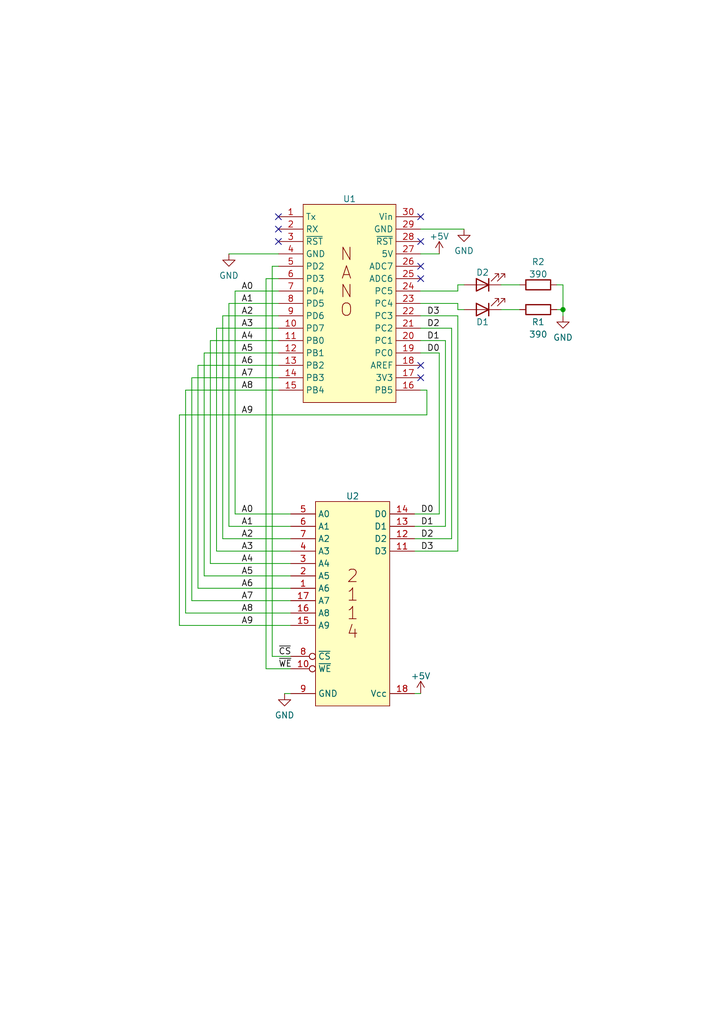
<source format=kicad_sch>
(kicad_sch (version 20211123) (generator eeschema)
  (paper "A5" portrait)
  (title_block (title "2114 SRAM TESTER") (date "2025-05-29") (rev "1") (comment 1 "by Ivo van Poorten"))
  (lib_symbols
    (symbol "Device:LED" (pin_numbers hide) (pin_names (offset 1.016) hide)
      (property "Reference" "D" (at 0 2.54 0))
      (property "Value" "LED" (at 0 -2.54 0))
      (symbol "LED_0_1"
        (polyline (pts (xy -1.27 -1.27) (xy -1.27 1.27)) (stroke (width 0.254)))
        (polyline (pts (xy -1.27 0) (xy 1.27 0)))
        (polyline (pts (xy 1.27 -1.27) (xy 1.27 1.27) (xy -1.27 0) (xy 1.27 -1.27)) (stroke (width 0.254)))
        (polyline (pts (xy -3.048 -0.762) (xy -4.572 -2.286) (xy -3.81 -2.286) (xy -4.572 -2.286) (xy -4.572 -1.524)))
        (polyline (pts (xy -1.778 -0.762) (xy -3.302 -2.286) (xy -2.54 -2.286) (xy -3.302 -2.286) (xy -3.302 -1.524)))
      )
      (symbol "LED_1_1"
        (pin passive line (at -3.81 0 0) (length 2.54) (name "K") (number "1"))
        (pin passive line (at 3.81 0 180) (length 2.54) (name "A") (number "2"))
      )
    )
    (symbol "Device:R" (pin_numbers hide) (pin_names (offset 0))
      (property "Reference" "R" (at 2.032 0 90))
      (property "Value" "R" (at 0 0 90))
      (symbol "R_0_1"
        (rectangle (start -1.016 -2.54) (end 1.016 2.54) (stroke (width 0.254)))
      )
      (symbol "R_1_1"
        (pin passive line (at 0 3.81 270) (length 1.27) (name "~") (number "1"))
        (pin passive line (at 0 -3.81 90) (length 1.27) (name "~") (number "2"))
      )
    )
    (symbol "power:+5V" (power) (pin_names (offset 0))
      (property "Value" "+5V" (at 0 3.556 0))
      (symbol "+5V_0_1"
        (polyline (pts (xy -0.762 1.27) (xy 0 2.54)))
        (polyline (pts (xy 0 0) (xy 0 2.54)))
        (polyline (pts (xy 0 2.54) (xy 0.762 1.27)))
      )
      (symbol "+5V_1_1"
        (pin power_in line (at 0 0 90) (length 0) hide (name "+5V") (number "1"))
      )
    )
    (symbol "power:GND" (power) (pin_names (offset 0))
      (property "Value" "GND" (at 0 -3.81 0))
      (symbol "GND_0_1"
        (polyline (pts (xy 0 0) (xy 0 -1.27) (xy 1.27 -1.27) (xy 0 -2.54) (xy -1.27 -1.27) (xy 0 -1.27)))
      )
      (symbol "GND_1_1"
        (pin power_in line (at 0 0 270) (length 0) hide (name "GND") (number "1"))
      )
    )
    (symbol "ramtest2114:2114"
      (property "Reference" "U" (at -2.54 3.81 0))
      (symbol "2114_0_0"
        (rectangle (start 0 0) (end 15.24 -41.91) (stroke (width 0.1524)) (fill (type background)))
        (text "1" (at 7.62 -22.86 0) (effects (font (size 2.54 2.54))))
        (text "1" (at 7.62 -19.05 0) (effects (font (size 2.54 2.54))))
        (text "2" (at 7.62 -15.24 0) (effects (font (size 2.54 2.54))))
        (text "4" (at 7.62 -26.67 0) (effects (font (size 2.54 2.54))))
      )
      (symbol "2114_1_1"
        (pin input line (at -5.08 -17.78 0) (length 5.08) (name "A6") (number "1"))
        (pin input inverted (at -5.08 -34.29 0) (length 5.08) (name "~{WE}") (number "10"))
        (pin bidirectional line (at 20.32 -10.16 180) (length 5.08) (name "D3") (number "11"))
        (pin bidirectional line (at 20.32 -7.62 180) (length 5.08) (name "D2") (number "12"))
        (pin bidirectional line (at 20.32 -5.08 180) (length 5.08) (name "D1") (number "13"))
        (pin bidirectional line (at 20.32 -2.54 180) (length 5.08) (name "D0") (number "14"))
        (pin input line (at -5.08 -25.4 0) (length 5.08) (name "A9") (number "15"))
        (pin input line (at -5.08 -22.86 0) (length 5.08) (name "A8") (number "16"))
        (pin input line (at -5.08 -20.32 0) (length 5.08) (name "A7") (number "17"))
        (pin power_in line (at 20.32 -39.37 180) (length 5.08) (name "Vcc") (number "18"))
        (pin input line (at -5.08 -15.24 0) (length 5.08) (name "A5") (number "2"))
        (pin input line (at -5.08 -12.7 0) (length 5.08) (name "A4") (number "3"))
        (pin input line (at -5.08 -10.16 0) (length 5.08) (name "A3") (number "4"))
        (pin input line (at -5.08 -2.54 0) (length 5.08) (name "A0") (number "5"))
        (pin input line (at -5.08 -5.08 0) (length 5.08) (name "A1") (number "6"))
        (pin input line (at -5.08 -7.62 0) (length 5.08) (name "A2") (number "7"))
        (pin input inverted (at -5.08 -31.75 0) (length 5.08) (name "~{CS}") (number "8"))
        (pin power_in line (at -5.08 -39.37 0) (length 5.08) (name "GND") (number "9"))
      )
    )
    (symbol "ramtest2114:Arduino_Nano"
      (property "Reference" "U" (at -8.89 5.08 0))
      (symbol "Arduino_Nano_0_0"
        (rectangle (start 0 0) (end 19.05 -40.64) (stroke (width 0.1524)) (fill (type background)))
        (text "A" (at 8.89 -13.97 0) (effects (font (size 2.54 2.54))))
        (text "N" (at 8.89 -17.78 0) (effects (font (size 2.54 2.54))))
        (text "N" (at 8.89 -10.16 0) (effects (font (size 2.54 2.54))))
        (text "O" (at 8.89 -21.59 0) (effects (font (size 2.54 2.54))))
      )
      (symbol "Arduino_Nano_1_1"
        (pin output line (at -5.08 -2.54 0) (length 5.08) (name "Tx") (number "1"))
        (pin bidirectional line (at -5.08 -25.4 0) (length 5.08) (name "PD7") (number "10"))
        (pin bidirectional line (at -5.08 -27.94 0) (length 5.08) (name "PB0") (number "11"))
        (pin bidirectional line (at -5.08 -30.48 0) (length 5.08) (name "PB1") (number "12"))
        (pin bidirectional line (at -5.08 -33.02 0) (length 5.08) (name "PB2") (number "13"))
        (pin bidirectional line (at -5.08 -35.56 0) (length 5.08) (name "PB3") (number "14"))
        (pin bidirectional line (at -5.08 -38.1 0) (length 5.08) (name "PB4") (number "15"))
        (pin bidirectional line (at 24.13 -38.1 180) (length 5.08) (name "PB5") (number "16"))
        (pin power_out line (at 24.13 -35.56 180) (length 5.08) (name "3V3") (number "17"))
        (pin input line (at 24.13 -33.02 180) (length 5.08) (name "AREF") (number "18"))
        (pin bidirectional line (at 24.13 -30.48 180) (length 5.08) (name "PC0") (number "19"))
        (pin input line (at -5.08 -5.08 0) (length 5.08) (name "RX") (number "2"))
        (pin bidirectional line (at 24.13 -27.94 180) (length 5.08) (name "PC1") (number "20"))
        (pin bidirectional line (at 24.13 -25.4 180) (length 5.08) (name "PC2") (number "21"))
        (pin bidirectional line (at 24.13 -22.86 180) (length 5.08) (name "PC3") (number "22"))
        (pin bidirectional line (at 24.13 -20.32 180) (length 5.08) (name "PC4") (number "23"))
        (pin bidirectional line (at 24.13 -17.78 180) (length 5.08) (name "PC5") (number "24"))
        (pin input line (at 24.13 -15.24 180) (length 5.08) (name "ADC6") (number "25"))
        (pin input line (at 24.13 -12.7 180) (length 5.08) (name "ADC7") (number "26"))
        (pin power_out line (at 24.13 -10.16 180) (length 5.08) (name "5V") (number "27"))
        (pin input line (at 24.13 -7.62 180) (length 5.08) (name "~{RST}") (number "28"))
        (pin power_out line (at 24.13 -5.08 180) (length 5.08) (name "GND") (number "29"))
        (pin input line (at -5.08 -7.62 0) (length 5.08) (name "~{RST}") (number "3"))
        (pin power_in line (at 24.13 -2.54 180) (length 5.08) (name "Vin") (number "30"))
        (pin power_in line (at -5.08 -10.16 0) (length 5.08) (name "GND") (number "4"))
        (pin bidirectional line (at -5.08 -12.7 0) (length 5.08) (name "PD2") (number "5"))
        (pin bidirectional line (at -5.08 -15.24 0) (length 5.08) (name "PD3") (number "6"))
        (pin bidirectional line (at -5.08 -17.78 0) (length 5.08) (name "PD4") (number "7"))
        (pin bidirectional line (at -5.08 -20.32 0) (length 5.08) (name "PD5") (number "8"))
        (pin bidirectional line (at -5.08 -22.86 0) (length 5.08) (name "PD6") (number "9"))
      )
    )
  )
  (junction (at 115.57 63.5))
  (no_connect (at 86.36 44.45))
  (no_connect (at 86.36 54.61))
  (no_connect (at 86.36 49.53))
  (no_connect (at 57.15 49.53))
  (no_connect (at 57.15 46.99))
  (no_connect (at 57.15 44.45))
  (no_connect (at 86.36 57.15))
  (no_connect (at 86.36 77.47))
  (no_connect (at 86.36 74.93))
  (wire (pts (xy 91.44 107.95) (xy 85.09 107.95)))
  (wire (pts (xy 102.87 63.5) (xy 106.68 63.5)))
  (wire (pts (xy 39.37 123.19) (xy 59.69 123.19)))
  (wire (pts (xy 41.91 72.39) (xy 57.15 72.39)))
  (wire (pts (xy 86.36 62.23) (xy 93.98 62.23)))
  (wire (pts (xy 93.98 113.03) (xy 85.09 113.03)))
  (wire (pts (xy 44.45 67.31) (xy 57.15 67.31)))
  (wire (pts (xy 55.88 54.61) (xy 55.88 134.62)))
  (wire (pts (xy 43.18 69.85) (xy 43.18 115.57)))
  (wire (pts (xy 43.18 115.57) (xy 59.69 115.57)))
  (wire (pts (xy 41.91 118.11) (xy 59.69 118.11)))
  (wire (pts (xy 90.17 72.39) (xy 90.17 105.41)))
  (wire (pts (xy 91.44 69.85) (xy 91.44 107.95)))
  (wire (pts (xy 39.37 77.47) (xy 39.37 123.19)))
  (wire (pts (xy 92.71 110.49) (xy 85.09 110.49)))
  (wire (pts (xy 40.64 74.93) (xy 57.15 74.93)))
  (wire (pts (xy 93.98 59.69) (xy 93.98 58.42)))
  (wire (pts (xy 93.98 62.23) (xy 93.98 63.5)))
  (wire (pts (xy 54.61 57.15) (xy 54.61 137.16)))
  (wire (pts (xy 86.36 72.39) (xy 90.17 72.39)))
  (wire (pts (xy 44.45 113.03) (xy 44.45 67.31)))
  (wire (pts (xy 86.36 67.31) (xy 92.71 67.31)))
  (wire (pts (xy 86.36 80.01) (xy 87.63 80.01)))
  (wire (pts (xy 87.63 80.01) (xy 87.63 85.09)))
  (wire (pts (xy 114.3 58.42) (xy 115.57 58.42)))
  (wire (pts (xy 45.72 110.49) (xy 59.69 110.49)))
  (wire (pts (xy 85.09 142.24) (xy 86.36 142.24)))
  (wire (pts (xy 43.18 69.85) (xy 57.15 69.85)))
  (wire (pts (xy 41.91 72.39) (xy 41.91 118.11)))
  (wire (pts (xy 55.88 134.62) (xy 59.69 134.62)))
  (wire (pts (xy 46.99 62.23) (xy 57.15 62.23)))
  (wire (pts (xy 93.98 63.5) (xy 95.25 63.5)))
  (wire (pts (xy 45.72 64.77) (xy 45.72 110.49)))
  (wire (pts (xy 36.83 85.09) (xy 36.83 128.27)))
  (wire (pts (xy 46.99 107.95) (xy 46.99 62.23)))
  (wire (pts (xy 114.3 63.5) (xy 115.57 63.5)))
  (wire (pts (xy 46.99 107.95) (xy 59.69 107.95)))
  (wire (pts (xy 54.61 57.15) (xy 57.15 57.15)))
  (wire (pts (xy 57.15 52.07) (xy 46.99 52.07)))
  (wire (pts (xy 93.98 58.42) (xy 95.25 58.42)))
  (wire (pts (xy 95.25 46.99) (xy 86.36 46.99)))
  (wire (pts (xy 38.1 125.73) (xy 59.69 125.73)))
  (wire (pts (xy 48.26 105.41) (xy 59.69 105.41)))
  (wire (pts (xy 45.72 64.77) (xy 57.15 64.77)))
  (wire (pts (xy 44.45 113.03) (xy 59.69 113.03)))
  (wire (pts (xy 86.36 59.69) (xy 93.98 59.69)))
  (wire (pts (xy 59.69 137.16) (xy 54.61 137.16)))
  (wire (pts (xy 57.15 54.61) (xy 55.88 54.61)))
  (wire (pts (xy 40.64 120.65) (xy 59.69 120.65)))
  (wire (pts (xy 92.71 67.31) (xy 92.71 110.49)))
  (wire (pts (xy 93.98 64.77) (xy 93.98 113.03)))
  (wire (pts (xy 86.36 64.77) (xy 93.98 64.77)))
  (wire (pts (xy 48.26 59.69) (xy 57.15 59.69)))
  (wire (pts (xy 86.36 69.85) (xy 91.44 69.85)))
  (wire (pts (xy 36.83 85.09) (xy 87.63 85.09)))
  (wire (pts (xy 39.37 77.47) (xy 57.15 77.47)))
  (wire (pts (xy 40.64 74.93) (xy 40.64 120.65)))
  (wire (pts (xy 48.26 59.69) (xy 48.26 105.41)))
  (wire (pts (xy 38.1 80.01) (xy 38.1 125.73)))
  (wire (pts (xy 102.87 58.42) (xy 106.68 58.42)))
  (wire (pts (xy 58.42 142.24) (xy 59.69 142.24)))
  (wire (pts (xy 115.57 63.5) (xy 115.57 64.77)))
  (wire (pts (xy 86.36 52.07) (xy 90.17 52.07)))
  (wire (pts (xy 90.17 105.41) (xy 85.09 105.41)))
  (wire (pts (xy 38.1 80.01) (xy 57.15 80.01)))
  (wire (pts (xy 36.83 128.27) (xy 59.69 128.27)))
  (wire (pts (xy 115.57 58.42) (xy 115.57 63.5)))
  (label "A2" (at 49.53 110.49 0))
  (label "D2" (at 86.36 110.49 0))
  (label "A6" (at 49.53 74.93 0))
  (label "D1" (at 86.36 107.95 0))
  (label "A0" (at 49.53 59.69 0))
  (label "A4" (at 49.53 69.85 0))
  (label "A6" (at 49.53 120.65 0))
  (label "D0" (at 87.63 72.39 0))
  (label "A3" (at 49.53 67.31 0))
  (label "D0" (at 86.36 105.41 0))
  (label "~{WE}" (at 57.15 137.16 0))
  (label "A9" (at 49.53 85.09 0))
  (label "D1" (at 87.63 69.85 0))
  (label "A2" (at 49.53 64.77 0))
  (label "A8" (at 49.53 80.01 0))
  (label "D3" (at 87.63 64.77 0))
  (label "D2" (at 87.63 67.31 0))
  (label "D3" (at 86.36 113.03 0))
  (label "A7" (at 49.53 123.19 0))
  (label "A1" (at 49.53 62.23 0))
  (label "A4" (at 49.53 115.57 0))
  (label "A8" (at 49.53 125.73 0))
  (label "A5" (at 49.53 72.39 0))
  (label "A7" (at 49.53 77.47 0))
  (label "A3" (at 49.53 113.03 0))
  (label "A0" (at 49.53 105.41 0))
  (label "A5" (at 49.53 118.11 0))
  (label "A9" (at 49.53 128.27 0))
  (label "~{CS}" (at 57.15 134.62 0))
  (label "A1" (at 49.53 107.95 0))
  (symbol (lib_id "ramtest2114:Arduino_Nano") (at 62.23 41.91 0) (unit 1)
    (property "Reference" "U1" (at 71.755 40.798 0))
    (property "Value" "Arduino_Nano" (effects hide))
    (property "Footprint" "ramtest2114:Arduino Nano" (effects hide))
  )
  (symbol (lib_id "Device:LED") (at 99.06 63.5 180) (unit 1)
    (property "Reference" "D1" (at 99.06 66.04 0))
    (property "Value" "LED" (effects hide))
    (property "Footprint" "LED_THT:LED_D5.0mm" (effects hide))
  )
  (symbol (lib_id "power:GND") (at 46.99 52.07 0) (unit 1)
    (property "Reference" "#PWR01" (effects hide))
    (property "Value" "GND" (at 46.99 56.5134 0))
  )
  (symbol (lib_id "power:GND") (at 115.57 64.77 0) (unit 1)
    (property "Reference" "#PWR06" (effects hide))
    (property "Value" "GND" (at 115.57 69.2134 0))
  )
  (symbol (lib_id "power:+5V") (at 90.17 52.07 0) (unit 1)
    (property "Reference" "#PWR04" (effects hide))
    (property "Value" "+5V" (at 90.17 48.4942 0))
  )
  (symbol (lib_id "power:+5V") (at 86.36 142.24 0) (unit 1)
    (property "Reference" "#PWR03" (effects hide))
    (property "Value" "+5V" (at 86.36 138.6642 0))
  )
  (symbol (lib_id "power:GND") (at 58.42 142.24 0) (unit 1)
    (property "Reference" "#PWR02" (effects hide))
    (property "Value" "GND" (at 58.42 146.6834 0))
  )
  (symbol (lib_id "power:GND") (at 95.25 46.99 0) (unit 1)
    (property "Reference" "#PWR05" (effects hide))
    (property "Value" "GND" (at 95.25 51.4334 0))
  )
  (symbol (lib_id "ramtest2114:2114") (at 64.77 102.87 0) (unit 1)
    (property "Reference" "U2" (at 72.39 101.758 0))
    (property "Value" "2114" (effects hide))
    (property "Footprint" "Socket:DIP_Socket-18_W4.3_W5.08_W7.62_W10.16_W10.9_3M_218-3341-00-0602J" (effects hide))
  )
  (symbol (lib_id "Device:R") (at 110.49 63.5 90) (unit 1)
    (property "Reference" "R1" (at 110.49 66.0431 90))
    (property "Value" "390" (at 110.49 68.58 90))
    (property "Footprint" "Resistor_THT:R_Axial_DIN0309_L9.0mm_D3.2mm_P12.70mm_Horizontal" (effects hide))
  )
  (symbol (lib_id "Device:R") (at 110.49 58.42 90) (unit 1)
    (property "Reference" "R2" (at 110.49 53.7042 90))
    (property "Value" "390" (at 110.49 56.2411 90))
    (property "Footprint" "Resistor_THT:R_Axial_DIN0309_L9.0mm_D3.2mm_P12.70mm_Horizontal" (effects hide))
  )
  (symbol (lib_id "Device:LED") (at 99.06 58.42 180) (unit 1)
    (property "Reference" "D2" (at 99.06 55.88 0))
    (property "Value" "LED" (effects hide))
    (property "Footprint" "LED_THT:LED_D5.0mm" (effects hide))
  )
)
</source>
